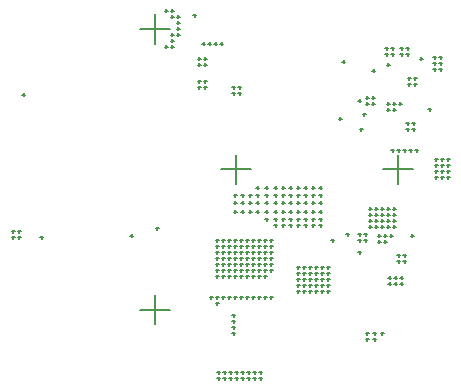
<source format=gbr>
G04 Layer_Color=128*
%FSLAX25Y25*%
%MOIN*%
%TF.FileFunction,Drillmap*%
%TF.Part,Single*%
G01*
G75*
%ADD76C,0.00500*%
D76*
X81279Y86201D02*
X91122D01*
X86201Y81279D02*
Y91122D01*
X54262Y39405D02*
X64104D01*
X59183Y34484D02*
Y44326D01*
X135315Y86201D02*
X145158D01*
X140236Y81279D02*
Y91122D01*
X54262Y132997D02*
X64104D01*
X59183Y128076D02*
Y137918D01*
X15000Y111000D02*
X16000D01*
X15500Y110500D02*
Y111500D01*
X147500Y123000D02*
X148500D01*
X148000Y122500D02*
Y123500D01*
X59500Y66500D02*
X60500D01*
X60000Y66000D02*
Y67000D01*
X91500Y50500D02*
X92500D01*
X92000Y50000D02*
Y51000D01*
X79500Y50500D02*
X80500D01*
X80000Y50000D02*
Y51000D01*
X81500Y50500D02*
X82500D01*
X82000Y50000D02*
Y51000D01*
X83500Y50500D02*
X84500D01*
X84000Y50000D02*
Y51000D01*
X85500Y50500D02*
X86500D01*
X86000Y50000D02*
Y51000D01*
X87500Y50500D02*
X88500D01*
X88000Y50000D02*
Y51000D01*
X89500Y50500D02*
X90500D01*
X90000Y50000D02*
Y51000D01*
X93500Y50500D02*
X94500D01*
X94000Y50000D02*
Y51000D01*
X95500Y50500D02*
X96500D01*
X96000Y50000D02*
Y51000D01*
X97500Y52500D02*
X98500D01*
X98000Y52000D02*
Y53000D01*
X97500Y54500D02*
X98500D01*
X98000Y54000D02*
Y55000D01*
X97500Y56500D02*
X98500D01*
X98000Y56000D02*
Y57000D01*
X97500Y58500D02*
X98500D01*
X98000Y58000D02*
Y59000D01*
X97500Y60500D02*
X98500D01*
X98000Y60000D02*
Y61000D01*
X97500Y62500D02*
X98500D01*
X98000Y62000D02*
Y63000D01*
X95500Y52500D02*
X96500D01*
X96000Y52000D02*
Y53000D01*
X95500Y54500D02*
X96500D01*
X96000Y54000D02*
Y55000D01*
X95500Y56500D02*
X96500D01*
X96000Y56000D02*
Y57000D01*
X95500Y58500D02*
X96500D01*
X96000Y58000D02*
Y59000D01*
X95500Y60500D02*
X96500D01*
X96000Y60000D02*
Y61000D01*
X95500Y62500D02*
X96500D01*
X96000Y62000D02*
Y63000D01*
X93500Y62500D02*
X94500D01*
X94000Y62000D02*
Y63000D01*
X91500Y62500D02*
X92500D01*
X92000Y62000D02*
Y63000D01*
X89500Y62500D02*
X90500D01*
X90000Y62000D02*
Y63000D01*
X85500Y62500D02*
X86500D01*
X86000Y62000D02*
Y63000D01*
X87500Y62500D02*
X88500D01*
X88000Y62000D02*
Y63000D01*
X83500Y62500D02*
X84500D01*
X84000Y62000D02*
Y63000D01*
X81500Y62500D02*
X82500D01*
X82000Y62000D02*
Y63000D01*
X79500Y62500D02*
X80500D01*
X80000Y62000D02*
Y63000D01*
X79500Y60500D02*
X80500D01*
X80000Y60000D02*
Y61000D01*
X81500Y60500D02*
X82500D01*
X82000Y60000D02*
Y61000D01*
X83500Y60500D02*
X84500D01*
X84000Y60000D02*
Y61000D01*
X85500Y60500D02*
X86500D01*
X86000Y60000D02*
Y61000D01*
X87500Y60500D02*
X88500D01*
X88000Y60000D02*
Y61000D01*
X89500Y60500D02*
X90500D01*
X90000Y60000D02*
Y61000D01*
X93500Y52500D02*
X94500D01*
X94000Y52000D02*
Y53000D01*
X93500Y54500D02*
X94500D01*
X94000Y54000D02*
Y55000D01*
X93500Y56500D02*
X94500D01*
X94000Y56000D02*
Y57000D01*
X91500Y60500D02*
X92500D01*
X92000Y60000D02*
Y61000D01*
X93500Y60500D02*
X94500D01*
X94000Y60000D02*
Y61000D01*
X93500Y58500D02*
X94500D01*
X94000Y58000D02*
Y59000D01*
X114000Y67500D02*
X115000D01*
X114500Y67000D02*
Y68000D01*
X111500Y67500D02*
X112500D01*
X112000Y67000D02*
Y68000D01*
X109000Y67500D02*
X110000D01*
X109500Y67000D02*
Y68000D01*
X106500Y67500D02*
X107500D01*
X107000Y67000D02*
Y68000D01*
X104000Y67500D02*
X105000D01*
X104500Y67000D02*
Y68000D01*
X101500Y67500D02*
X102500D01*
X102000Y67000D02*
Y68000D01*
X99000Y67500D02*
X100000D01*
X99500Y67000D02*
Y68000D01*
X96000Y69500D02*
X97000D01*
X96500Y69000D02*
Y70000D01*
X99000Y69500D02*
X100000D01*
X99500Y69000D02*
Y70000D01*
X101500Y69500D02*
X102500D01*
X102000Y69000D02*
Y70000D01*
X99000Y80000D02*
X100000D01*
X99500Y79500D02*
Y80500D01*
X93000Y80000D02*
X94000D01*
X93500Y79500D02*
Y80500D01*
X120500Y103000D02*
X121500D01*
X121000Y102500D02*
Y103500D01*
X75000Y128000D02*
X76000D01*
X75500Y127500D02*
Y128500D01*
X77000Y128000D02*
X78000D01*
X77500Y127500D02*
Y128500D01*
X79000Y128000D02*
X80000D01*
X79500Y127500D02*
Y128500D01*
X81000Y128000D02*
X82000D01*
X81500Y127500D02*
Y128500D01*
X85000Y111500D02*
X86000D01*
X85500Y111000D02*
Y112000D01*
X87000Y111500D02*
X88000D01*
X87500Y111000D02*
Y112000D01*
X85000Y113500D02*
X86000D01*
X85500Y113000D02*
Y114000D01*
X87000Y113500D02*
X88000D01*
X87500Y113000D02*
Y114000D01*
X146000Y92500D02*
X147000D01*
X146500Y92000D02*
Y93000D01*
X144000Y92500D02*
X145000D01*
X144500Y92000D02*
Y93000D01*
X142000Y92500D02*
X143000D01*
X142500Y92000D02*
Y93000D01*
X140000Y92500D02*
X141000D01*
X140500Y92000D02*
Y93000D01*
X138000Y92500D02*
X139000D01*
X138500Y92000D02*
Y93000D01*
X73500Y113500D02*
X74500D01*
X74000Y113000D02*
Y114000D01*
X75500Y113500D02*
X76500D01*
X76000Y113000D02*
Y114000D01*
X75500Y115500D02*
X76500D01*
X76000Y115000D02*
Y116000D01*
X73500Y115500D02*
X74500D01*
X74000Y115000D02*
Y116000D01*
X73500Y121000D02*
X74500D01*
X74000Y120500D02*
Y121500D01*
X75500Y121000D02*
X76500D01*
X76000Y120500D02*
Y121500D01*
X75500Y123000D02*
X76500D01*
X76000Y122500D02*
Y123500D01*
X73500Y123000D02*
X74500D01*
X74000Y122500D02*
Y123500D01*
X143000Y124500D02*
X144000D01*
X143500Y124000D02*
Y125000D01*
X143000Y126500D02*
X144000D01*
X143500Y126000D02*
Y127000D01*
X141000Y124500D02*
X142000D01*
X141500Y124000D02*
Y125000D01*
X141000Y126500D02*
X142000D01*
X141500Y126000D02*
Y127000D01*
X136500Y121000D02*
X137500D01*
X137000Y120500D02*
Y121500D01*
X136000Y126500D02*
X137000D01*
X136500Y126000D02*
Y127000D01*
X136000Y124500D02*
X137000D01*
X136500Y124000D02*
Y125000D01*
X138000Y124500D02*
X139000D01*
X138500Y124000D02*
Y125000D01*
X138000Y126500D02*
X139000D01*
X138500Y126000D02*
Y127000D01*
X127000Y109000D02*
X128000D01*
X127500Y108500D02*
Y109500D01*
X131643Y119000D02*
X132643D01*
X132143Y118500D02*
Y119500D01*
X129500Y110000D02*
X130500D01*
X130000Y109500D02*
Y110500D01*
X129500Y108000D02*
X130500D01*
X130000Y107500D02*
Y108500D01*
X127500Y99500D02*
X128500D01*
X128000Y99000D02*
Y100000D01*
X143500Y114500D02*
X144500D01*
X144000Y114000D02*
Y115000D01*
X145500Y114500D02*
X146500D01*
X146000Y114000D02*
Y115000D01*
X143500Y116500D02*
X144500D01*
X144000Y116000D02*
Y117000D01*
X145500Y116500D02*
X146500D01*
X146000Y116000D02*
Y117000D01*
X150327Y106173D02*
X151327D01*
X150827Y105673D02*
Y106673D01*
X136500Y106000D02*
X137500D01*
X137000Y105500D02*
Y106500D01*
X138500Y106000D02*
X139500D01*
X139000Y105500D02*
Y106500D01*
X138500Y108000D02*
X139500D01*
X139000Y107500D02*
Y108500D01*
X140500Y108000D02*
X141500D01*
X141000Y107500D02*
Y108500D01*
X136500Y108000D02*
X137500D01*
X137000Y107500D02*
Y108500D01*
X131500Y110000D02*
X132500D01*
X132000Y109500D02*
Y110500D01*
X131500Y108000D02*
X132500D01*
X132000Y107500D02*
Y108500D01*
X145000Y99500D02*
X146000D01*
X145500Y99000D02*
Y100000D01*
X145000Y101500D02*
X146000D01*
X145500Y101000D02*
Y102000D01*
X143000Y99500D02*
X144000D01*
X143500Y99000D02*
Y100000D01*
X143000Y101500D02*
X144000D01*
X143500Y101000D02*
Y102000D01*
X128500Y104500D02*
X129500D01*
X129000Y104000D02*
Y105000D01*
X121673Y122000D02*
X122673D01*
X122173Y121500D02*
Y122500D01*
X66500Y131000D02*
X67500D01*
X67000Y130500D02*
Y131500D01*
X66500Y133000D02*
X67500D01*
X67000Y132500D02*
Y133500D01*
X66500Y135000D02*
X67500D01*
X67000Y134500D02*
Y135500D01*
X66500Y137000D02*
X67500D01*
X67000Y136500D02*
Y137500D01*
X64500Y137000D02*
X65500D01*
X65000Y136500D02*
Y137500D01*
X64500Y131000D02*
X65500D01*
X65000Y130500D02*
Y131500D01*
X64500Y129000D02*
X65500D01*
X65000Y128500D02*
Y129500D01*
X64500Y127000D02*
X65500D01*
X65000Y126500D02*
Y127500D01*
X62500Y127000D02*
X63500D01*
X63000Y126500D02*
Y127500D01*
X64500Y139000D02*
X65500D01*
X65000Y138500D02*
Y139500D01*
X62500Y139000D02*
X63500D01*
X63000Y138500D02*
Y139500D01*
X154000Y121500D02*
X155000D01*
X154500Y121000D02*
Y122000D01*
X154000Y123500D02*
X155000D01*
X154500Y123000D02*
Y124000D01*
X152000Y123500D02*
X153000D01*
X152500Y123000D02*
Y124000D01*
X152000Y121500D02*
X153000D01*
X152500Y121000D02*
Y122000D01*
X152000Y119500D02*
X153000D01*
X152500Y119000D02*
Y120000D01*
X154000Y119500D02*
X155000D01*
X154500Y119000D02*
Y120000D01*
X72000Y137500D02*
X73000D01*
X72500Y137000D02*
Y138000D01*
X85500Y77500D02*
X86500D01*
X86000Y77000D02*
Y78000D01*
X88000Y77500D02*
X89000D01*
X88500Y77000D02*
Y78000D01*
X90500Y77500D02*
X91500D01*
X91000Y77000D02*
Y78000D01*
X93000Y77500D02*
X94000D01*
X93500Y77000D02*
Y78000D01*
X96000Y77500D02*
X97000D01*
X96500Y77000D02*
Y78000D01*
X99000Y77500D02*
X100000D01*
X99500Y77000D02*
Y78000D01*
X101500Y77500D02*
X102500D01*
X102000Y77000D02*
Y78000D01*
X104000Y77500D02*
X105000D01*
X104500Y77000D02*
Y78000D01*
X106500Y77500D02*
X107500D01*
X107000Y77000D02*
Y78000D01*
X109000Y77500D02*
X110000D01*
X109500Y77000D02*
Y78000D01*
X109000Y80000D02*
X110000D01*
X109500Y79500D02*
Y80500D01*
X106500Y80000D02*
X107500D01*
X107000Y79500D02*
Y80500D01*
X104000Y80000D02*
X105000D01*
X104500Y79500D02*
Y80500D01*
X101500Y80000D02*
X102500D01*
X102000Y79500D02*
Y80500D01*
X96000Y80000D02*
X97000D01*
X96500Y79500D02*
Y80500D01*
X130500Y73000D02*
X131500D01*
X131000Y72500D02*
Y73500D01*
X132500Y73000D02*
X133500D01*
X133000Y72500D02*
Y73500D01*
X134500Y73000D02*
X135500D01*
X135000Y72500D02*
Y73500D01*
X138500Y73000D02*
X139500D01*
X139000Y72500D02*
Y73500D01*
X136500Y73000D02*
X137500D01*
X137000Y72500D02*
Y73500D01*
X138500Y71000D02*
X139500D01*
X139000Y70500D02*
Y71500D01*
X136500Y71000D02*
X137500D01*
X137000Y70500D02*
Y71500D01*
X134500Y71000D02*
X135500D01*
X135000Y70500D02*
Y71500D01*
X132500Y71000D02*
X133500D01*
X133000Y70500D02*
Y71500D01*
X130500Y71000D02*
X131500D01*
X131000Y70500D02*
Y71500D01*
X130500Y69000D02*
X131500D01*
X131000Y68500D02*
Y69500D01*
X132500Y69000D02*
X133500D01*
X133000Y68500D02*
Y69500D01*
X134500Y69000D02*
X135500D01*
X135000Y68500D02*
Y69500D01*
X136500Y69000D02*
X137500D01*
X137000Y68500D02*
Y69500D01*
X138500Y69000D02*
X139500D01*
X139000Y68500D02*
Y69500D01*
X138500Y67000D02*
X139500D01*
X139000Y66500D02*
Y67500D01*
X136500Y67000D02*
X137500D01*
X137000Y66500D02*
Y67500D01*
X134500Y67000D02*
X135500D01*
X135000Y66500D02*
Y67500D01*
X132500Y67000D02*
X133500D01*
X133000Y66500D02*
Y67500D01*
X130500Y67000D02*
X131500D01*
X131000Y66500D02*
Y67500D01*
X111500Y80000D02*
X112500D01*
X112000Y79500D02*
Y80500D01*
X114000Y80000D02*
X115000D01*
X114500Y79500D02*
Y80500D01*
X114000Y77500D02*
X115000D01*
X114500Y77000D02*
Y78000D01*
X111500Y77500D02*
X112500D01*
X112000Y77000D02*
Y78000D01*
X114000Y75000D02*
X115000D01*
X114500Y74500D02*
Y75500D01*
X111500Y75000D02*
X112500D01*
X112000Y74500D02*
Y75500D01*
X109000Y75000D02*
X110000D01*
X109500Y74500D02*
Y75500D01*
X106500Y75000D02*
X107500D01*
X107000Y74500D02*
Y75500D01*
X104000Y75000D02*
X105000D01*
X104500Y74500D02*
Y75500D01*
X101500Y75000D02*
X102500D01*
X102000Y74500D02*
Y75500D01*
X99000Y75000D02*
X100000D01*
X99500Y74500D02*
Y75500D01*
X96000Y75000D02*
X97000D01*
X96500Y74500D02*
Y75500D01*
X93000Y75000D02*
X94000D01*
X93500Y74500D02*
Y75500D01*
X90500Y75000D02*
X91500D01*
X91000Y74500D02*
Y75500D01*
X88000Y75000D02*
X89000D01*
X88500Y74500D02*
Y75500D01*
X85500Y75000D02*
X86500D01*
X86000Y74500D02*
Y75500D01*
X85500Y72000D02*
X86500D01*
X86000Y71500D02*
Y72500D01*
X88000Y72000D02*
X89000D01*
X88500Y71500D02*
Y72500D01*
X90500Y72000D02*
X91500D01*
X91000Y71500D02*
Y72500D01*
X93000Y72000D02*
X94000D01*
X93500Y71500D02*
Y72500D01*
X96000Y72000D02*
X97000D01*
X96500Y71500D02*
Y72500D01*
X99000Y72000D02*
X100000D01*
X99500Y71500D02*
Y72500D01*
X101500Y72000D02*
X102500D01*
X102000Y71500D02*
Y72500D01*
X104000Y72000D02*
X105000D01*
X104500Y71500D02*
Y72500D01*
X106500Y72000D02*
X107500D01*
X107000Y71500D02*
Y72500D01*
X109000Y72000D02*
X110000D01*
X109500Y71500D02*
Y72500D01*
X111500Y72000D02*
X112500D01*
X112000Y71500D02*
Y72500D01*
X114000Y72000D02*
X115000D01*
X114500Y71500D02*
Y72500D01*
X114000Y69500D02*
X115000D01*
X114500Y69000D02*
Y70000D01*
X111500Y69500D02*
X112500D01*
X112000Y69000D02*
Y70000D01*
X109000Y69500D02*
X110000D01*
X109500Y69000D02*
Y70000D01*
X106500Y69500D02*
X107500D01*
X107000Y69000D02*
Y70000D01*
X104000Y69500D02*
X105000D01*
X104500Y69000D02*
Y70000D01*
X129000Y64500D02*
X130000D01*
X129500Y64000D02*
Y65000D01*
X127000Y64500D02*
X128000D01*
X127500Y64000D02*
Y65000D01*
X127000Y62500D02*
X128000D01*
X127500Y62000D02*
Y63000D01*
X129000Y62500D02*
X130000D01*
X129500Y62000D02*
Y63000D01*
X142000Y55500D02*
X143000D01*
X142500Y55000D02*
Y56000D01*
X140000Y55500D02*
X141000D01*
X140500Y55000D02*
Y56000D01*
X142000Y57500D02*
X143000D01*
X142500Y57000D02*
Y58000D01*
X140000Y57500D02*
X141000D01*
X140500Y57000D02*
Y58000D01*
X135500Y62000D02*
X136500D01*
X136000Y61500D02*
Y62500D01*
X133500Y62000D02*
X134500D01*
X134000Y61500D02*
Y62500D01*
X137500Y64000D02*
X138500D01*
X138000Y63500D02*
Y64500D01*
X135500Y64000D02*
X136500D01*
X136000Y63500D02*
Y64500D01*
X133500Y64000D02*
X134500D01*
X134000Y63500D02*
Y64500D01*
X127000Y58500D02*
X128000D01*
X127500Y58000D02*
Y59000D01*
X144500Y64000D02*
X145500D01*
X145000Y63500D02*
Y64500D01*
X118000Y62500D02*
X119000D01*
X118500Y62000D02*
Y63000D01*
X123000Y64500D02*
X124000D01*
X123500Y64000D02*
Y65000D01*
X114500Y53500D02*
X115500D01*
X115000Y53000D02*
Y54000D01*
X112500Y53500D02*
X113500D01*
X113000Y53000D02*
Y54000D01*
X110500Y53500D02*
X111500D01*
X111000Y53000D02*
Y54000D01*
X108500Y53500D02*
X109500D01*
X109000Y53000D02*
Y54000D01*
X114500Y51500D02*
X115500D01*
X115000Y51000D02*
Y52000D01*
X112500Y51500D02*
X113500D01*
X113000Y51000D02*
Y52000D01*
X110500Y51500D02*
X111500D01*
X111000Y51000D02*
Y52000D01*
X108500Y51500D02*
X109500D01*
X109000Y51000D02*
Y52000D01*
X106500Y53500D02*
X107500D01*
X107000Y53000D02*
Y54000D01*
X106500Y51500D02*
X107500D01*
X107000Y51000D02*
Y52000D01*
X106500Y49500D02*
X107500D01*
X107000Y49000D02*
Y50000D01*
X108500Y49500D02*
X109500D01*
X109000Y49000D02*
Y50000D01*
X110500Y49500D02*
X111500D01*
X111000Y49000D02*
Y50000D01*
X112500Y49500D02*
X113500D01*
X113000Y49000D02*
Y50000D01*
X114500Y49500D02*
X115500D01*
X115000Y49000D02*
Y50000D01*
X114500Y47500D02*
X115500D01*
X115000Y47000D02*
Y48000D01*
X112500Y47500D02*
X113500D01*
X113000Y47000D02*
Y48000D01*
X110500Y47500D02*
X111500D01*
X111000Y47000D02*
Y48000D01*
X108500Y47500D02*
X109500D01*
X109000Y47000D02*
Y48000D01*
X106500Y47500D02*
X107500D01*
X107000Y47000D02*
Y48000D01*
X114500Y45500D02*
X115500D01*
X115000Y45000D02*
Y46000D01*
X112500Y45500D02*
X113500D01*
X113000Y45000D02*
Y46000D01*
X110500Y45500D02*
X111500D01*
X111000Y45000D02*
Y46000D01*
X108500Y45500D02*
X109500D01*
X109000Y45000D02*
Y46000D01*
X106500Y45500D02*
X107500D01*
X107000Y45000D02*
Y46000D01*
X137000Y50000D02*
X138000D01*
X137500Y49500D02*
Y50500D01*
X139000Y50000D02*
X140000D01*
X139500Y49500D02*
Y50500D01*
X141000Y50000D02*
X142000D01*
X141500Y49500D02*
Y50500D01*
X137000Y48000D02*
X138000D01*
X137500Y47500D02*
Y48500D01*
X139000Y48000D02*
X140000D01*
X139500Y47500D02*
Y48500D01*
X141000Y48000D02*
X142000D01*
X141500Y47500D02*
Y48500D01*
X85000Y37500D02*
X86000D01*
X85500Y37000D02*
Y38000D01*
X85000Y35500D02*
X86000D01*
X85500Y35000D02*
Y36000D01*
X85000Y33500D02*
X86000D01*
X85500Y33000D02*
Y34000D01*
X85000Y31500D02*
X86000D01*
X85500Y31000D02*
Y32000D01*
X94000Y18500D02*
X95000D01*
X94500Y18000D02*
Y19000D01*
X92000Y18500D02*
X93000D01*
X92500Y18000D02*
Y19000D01*
X92000Y16500D02*
X93000D01*
X92500Y16000D02*
Y17000D01*
X94000Y16500D02*
X95000D01*
X94500Y16000D02*
Y17000D01*
X90000Y18500D02*
X91000D01*
X90500Y18000D02*
Y19000D01*
X90000Y16500D02*
X91000D01*
X90500Y16000D02*
Y17000D01*
X88000Y16500D02*
X89000D01*
X88500Y16000D02*
Y17000D01*
X116500Y53500D02*
X117500D01*
X117000Y53000D02*
Y54000D01*
X116500Y51500D02*
X117500D01*
X117000Y51000D02*
Y52000D01*
X116500Y49500D02*
X117500D01*
X117000Y49000D02*
Y50000D01*
X116500Y47500D02*
X117500D01*
X117000Y47000D02*
Y48000D01*
X116500Y45500D02*
X117500D01*
X117000Y45000D02*
Y46000D01*
X88000Y18500D02*
X89000D01*
X88500Y18000D02*
Y19000D01*
X86000Y18500D02*
X87000D01*
X86500Y18000D02*
Y19000D01*
X86000Y16500D02*
X87000D01*
X86500Y16000D02*
Y17000D01*
X84000Y16500D02*
X85000D01*
X84500Y16000D02*
Y17000D01*
X84000Y18500D02*
X85000D01*
X84500Y18000D02*
Y19000D01*
X82000Y18500D02*
X83000D01*
X82500Y18000D02*
Y19000D01*
X82000Y16500D02*
X83000D01*
X82500Y16000D02*
Y17000D01*
X80000Y16500D02*
X81000D01*
X80500Y16000D02*
Y17000D01*
X80000Y18500D02*
X81000D01*
X80500Y18000D02*
Y19000D01*
X21000Y63500D02*
X22000D01*
X21500Y63000D02*
Y64000D01*
X51000D02*
X52000D01*
X51500Y63500D02*
Y64500D01*
X93500Y43500D02*
X94500D01*
X94000Y43000D02*
Y44000D01*
X91500Y43500D02*
X92500D01*
X92000Y43000D02*
Y44000D01*
X89500Y43500D02*
X90500D01*
X90000Y43000D02*
Y44000D01*
X87500Y43500D02*
X88500D01*
X88000Y43000D02*
Y44000D01*
X85500Y43500D02*
X86500D01*
X86000Y43000D02*
Y44000D01*
X83500Y43500D02*
X84500D01*
X84000Y43000D02*
Y44000D01*
X81500Y43500D02*
X82500D01*
X82000Y43000D02*
Y44000D01*
X79500Y43500D02*
X80500D01*
X80000Y43000D02*
Y44000D01*
X77500Y43500D02*
X78500D01*
X78000Y43000D02*
Y44000D01*
X79500Y41500D02*
X80500D01*
X80000Y41000D02*
Y42000D01*
X95500Y43500D02*
X96500D01*
X96000Y43000D02*
Y44000D01*
X97500Y43500D02*
X98500D01*
X98000Y43000D02*
Y44000D01*
X91500Y56500D02*
X92500D01*
X92000Y56000D02*
Y57000D01*
X89500Y56500D02*
X90500D01*
X90000Y56000D02*
Y57000D01*
X87500Y56500D02*
X88500D01*
X88000Y56000D02*
Y57000D01*
X85500Y56500D02*
X86500D01*
X86000Y56000D02*
Y57000D01*
X83500Y56500D02*
X84500D01*
X84000Y56000D02*
Y57000D01*
X81500Y56500D02*
X82500D01*
X82000Y56000D02*
Y57000D01*
X79500Y56500D02*
X80500D01*
X80000Y56000D02*
Y57000D01*
X79500Y54500D02*
X80500D01*
X80000Y54000D02*
Y55000D01*
X81500Y54500D02*
X82500D01*
X82000Y54000D02*
Y55000D01*
X83500Y54500D02*
X84500D01*
X84000Y54000D02*
Y55000D01*
X85500Y54500D02*
X86500D01*
X86000Y54000D02*
Y55000D01*
X87500Y54500D02*
X88500D01*
X88000Y54000D02*
Y55000D01*
X89500Y54500D02*
X90500D01*
X90000Y54000D02*
Y55000D01*
X91500Y54500D02*
X92500D01*
X92000Y54000D02*
Y55000D01*
X91500Y52500D02*
X92500D01*
X92000Y52000D02*
Y53000D01*
X89500Y52500D02*
X90500D01*
X90000Y52000D02*
Y53000D01*
X87500Y52500D02*
X88500D01*
X88000Y52000D02*
Y53000D01*
X85500Y52500D02*
X86500D01*
X86000Y52000D02*
Y53000D01*
X83500Y52500D02*
X84500D01*
X84000Y52000D02*
Y53000D01*
X81500Y52500D02*
X82500D01*
X82000Y52000D02*
Y53000D01*
X79500Y52500D02*
X80500D01*
X80000Y52000D02*
Y53000D01*
X79500Y58500D02*
X80500D01*
X80000Y58000D02*
Y59000D01*
X81500Y58500D02*
X82500D01*
X82000Y58000D02*
Y59000D01*
X83500Y58500D02*
X84500D01*
X84000Y58000D02*
Y59000D01*
X85500Y58500D02*
X86500D01*
X86000Y58000D02*
Y59000D01*
X87500Y58500D02*
X88500D01*
X88000Y58000D02*
Y59000D01*
X89500Y58500D02*
X90500D01*
X90000Y58000D02*
Y59000D01*
X91500Y58500D02*
X92500D01*
X92000Y58000D02*
Y59000D01*
X156500Y83500D02*
X157500D01*
X157000Y83000D02*
Y84000D01*
X154500Y83500D02*
X155500D01*
X155000Y83000D02*
Y84000D01*
X152500Y83500D02*
X153500D01*
X153000Y83000D02*
Y84000D01*
X156500Y85500D02*
X157500D01*
X157000Y85000D02*
Y86000D01*
X154500Y85500D02*
X155500D01*
X155000Y85000D02*
Y86000D01*
X152500Y85500D02*
X153500D01*
X153000Y85000D02*
Y86000D01*
X152500Y87500D02*
X153500D01*
X153000Y87000D02*
Y88000D01*
X154500Y87500D02*
X155500D01*
X155000Y87000D02*
Y88000D01*
X156500Y87500D02*
X157500D01*
X157000Y87000D02*
Y88000D01*
X156500Y89500D02*
X157500D01*
X157000Y89000D02*
Y90000D01*
X154500Y89500D02*
X155500D01*
X155000Y89000D02*
Y90000D01*
X152500Y89500D02*
X153500D01*
X153000Y89000D02*
Y90000D01*
X11500Y65500D02*
X12500D01*
X12000Y65000D02*
Y66000D01*
X13500Y65500D02*
X14500D01*
X14000Y65000D02*
Y66000D01*
X13500Y63500D02*
X14500D01*
X14000Y63000D02*
Y64000D01*
X11500Y63500D02*
X12500D01*
X12000Y63000D02*
Y64000D01*
X129500Y31500D02*
X130500D01*
X130000Y31000D02*
Y32000D01*
X132000Y31500D02*
X133000D01*
X132500Y31000D02*
Y32000D01*
X129500Y29500D02*
X130500D01*
X130000Y29000D02*
Y30000D01*
X132000Y29500D02*
X133000D01*
X132500Y29000D02*
Y30000D01*
X134500Y31500D02*
X135500D01*
X135000Y31000D02*
Y32000D01*
%TF.MD5,02E94B5893FB5F0EE07050B47C70B862*%
M02*

</source>
